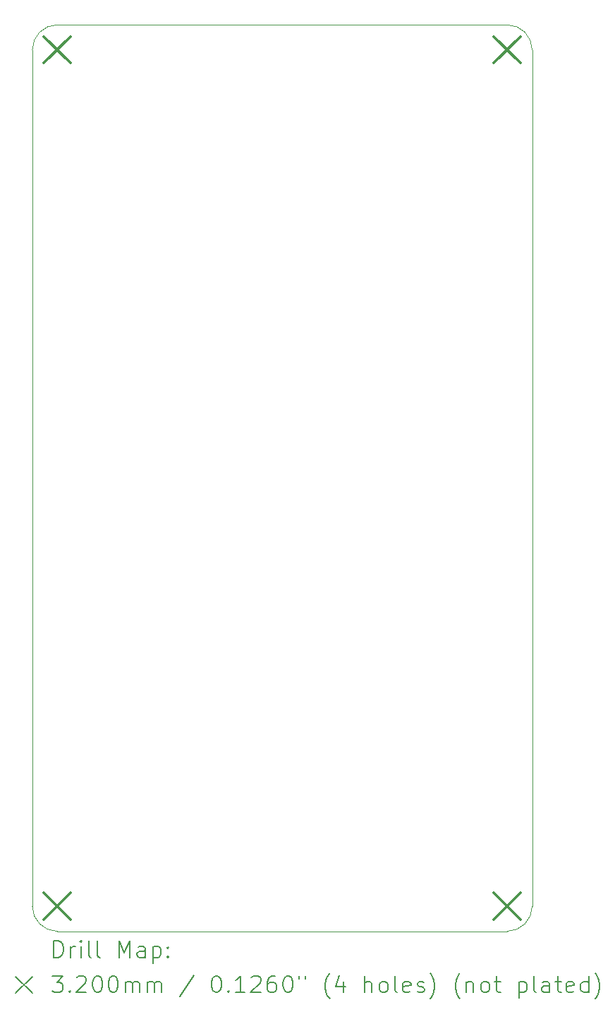
<source format=gbr>
%TF.GenerationSoftware,KiCad,Pcbnew,8.0.4*%
%TF.CreationDate,2025-01-23T14:04:12+11:00*%
%TF.ProjectId,Rotating_Cube_Shelf_2,526f7461-7469-46e6-975f-437562655f53,rev?*%
%TF.SameCoordinates,Original*%
%TF.FileFunction,Drillmap*%
%TF.FilePolarity,Positive*%
%FSLAX45Y45*%
G04 Gerber Fmt 4.5, Leading zero omitted, Abs format (unit mm)*
G04 Created by KiCad (PCBNEW 8.0.4) date 2025-01-23 14:04:12*
%MOMM*%
%LPD*%
G01*
G04 APERTURE LIST*
%ADD10C,0.050000*%
%ADD11C,0.200000*%
%ADD12C,0.320000*%
G04 APERTURE END LIST*
D10*
X-3000000Y4700000D02*
G75*
G02*
X-2700000Y5000000I300000J0D01*
G01*
X2700000Y5000000D02*
G75*
G02*
X3000000Y4700000I0J-300000D01*
G01*
X-2700000Y5000000D02*
X2700000Y5000000D01*
X-2700000Y-5875000D02*
G75*
G02*
X-3000000Y-5575000I0J300000D01*
G01*
X2700000Y-5875000D02*
X-2700000Y-5875000D01*
X3000000Y4700000D02*
X3000000Y-5575000D01*
X3000000Y-5575000D02*
G75*
G02*
X2700000Y-5875000I-300000J0D01*
G01*
X-3000000Y-5575000D02*
X-3000000Y4700000D01*
D11*
D12*
X-2860000Y4860000D02*
X-2540000Y4540000D01*
X-2540000Y4860000D02*
X-2860000Y4540000D01*
X-2860000Y-5415000D02*
X-2540000Y-5735000D01*
X-2540000Y-5415000D02*
X-2860000Y-5735000D01*
X2540000Y4860000D02*
X2860000Y4540000D01*
X2860000Y4860000D02*
X2540000Y4540000D01*
X2540000Y-5415000D02*
X2860000Y-5735000D01*
X2860000Y-5415000D02*
X2540000Y-5735000D01*
D11*
X-2741723Y-6188984D02*
X-2741723Y-5988984D01*
X-2741723Y-5988984D02*
X-2694104Y-5988984D01*
X-2694104Y-5988984D02*
X-2665533Y-5998508D01*
X-2665533Y-5998508D02*
X-2646485Y-6017555D01*
X-2646485Y-6017555D02*
X-2636961Y-6036603D01*
X-2636961Y-6036603D02*
X-2627437Y-6074698D01*
X-2627437Y-6074698D02*
X-2627437Y-6103269D01*
X-2627437Y-6103269D02*
X-2636961Y-6141365D01*
X-2636961Y-6141365D02*
X-2646485Y-6160412D01*
X-2646485Y-6160412D02*
X-2665533Y-6179460D01*
X-2665533Y-6179460D02*
X-2694104Y-6188984D01*
X-2694104Y-6188984D02*
X-2741723Y-6188984D01*
X-2541723Y-6188984D02*
X-2541723Y-6055650D01*
X-2541723Y-6093746D02*
X-2532199Y-6074698D01*
X-2532199Y-6074698D02*
X-2522676Y-6065174D01*
X-2522676Y-6065174D02*
X-2503628Y-6055650D01*
X-2503628Y-6055650D02*
X-2484580Y-6055650D01*
X-2417914Y-6188984D02*
X-2417914Y-6055650D01*
X-2417914Y-5988984D02*
X-2427437Y-5998508D01*
X-2427437Y-5998508D02*
X-2417914Y-6008031D01*
X-2417914Y-6008031D02*
X-2408390Y-5998508D01*
X-2408390Y-5998508D02*
X-2417914Y-5988984D01*
X-2417914Y-5988984D02*
X-2417914Y-6008031D01*
X-2294104Y-6188984D02*
X-2313152Y-6179460D01*
X-2313152Y-6179460D02*
X-2322676Y-6160412D01*
X-2322676Y-6160412D02*
X-2322676Y-5988984D01*
X-2189342Y-6188984D02*
X-2208390Y-6179460D01*
X-2208390Y-6179460D02*
X-2217914Y-6160412D01*
X-2217914Y-6160412D02*
X-2217914Y-5988984D01*
X-1960771Y-6188984D02*
X-1960771Y-5988984D01*
X-1960771Y-5988984D02*
X-1894104Y-6131841D01*
X-1894104Y-6131841D02*
X-1827437Y-5988984D01*
X-1827437Y-5988984D02*
X-1827437Y-6188984D01*
X-1646485Y-6188984D02*
X-1646485Y-6084222D01*
X-1646485Y-6084222D02*
X-1656009Y-6065174D01*
X-1656009Y-6065174D02*
X-1675056Y-6055650D01*
X-1675056Y-6055650D02*
X-1713152Y-6055650D01*
X-1713152Y-6055650D02*
X-1732199Y-6065174D01*
X-1646485Y-6179460D02*
X-1665533Y-6188984D01*
X-1665533Y-6188984D02*
X-1713152Y-6188984D01*
X-1713152Y-6188984D02*
X-1732199Y-6179460D01*
X-1732199Y-6179460D02*
X-1741723Y-6160412D01*
X-1741723Y-6160412D02*
X-1741723Y-6141365D01*
X-1741723Y-6141365D02*
X-1732199Y-6122317D01*
X-1732199Y-6122317D02*
X-1713152Y-6112793D01*
X-1713152Y-6112793D02*
X-1665533Y-6112793D01*
X-1665533Y-6112793D02*
X-1646485Y-6103269D01*
X-1551247Y-6055650D02*
X-1551247Y-6255650D01*
X-1551247Y-6065174D02*
X-1532199Y-6055650D01*
X-1532199Y-6055650D02*
X-1494104Y-6055650D01*
X-1494104Y-6055650D02*
X-1475056Y-6065174D01*
X-1475056Y-6065174D02*
X-1465533Y-6074698D01*
X-1465533Y-6074698D02*
X-1456009Y-6093746D01*
X-1456009Y-6093746D02*
X-1456009Y-6150888D01*
X-1456009Y-6150888D02*
X-1465533Y-6169936D01*
X-1465533Y-6169936D02*
X-1475056Y-6179460D01*
X-1475056Y-6179460D02*
X-1494104Y-6188984D01*
X-1494104Y-6188984D02*
X-1532199Y-6188984D01*
X-1532199Y-6188984D02*
X-1551247Y-6179460D01*
X-1370295Y-6169936D02*
X-1360771Y-6179460D01*
X-1360771Y-6179460D02*
X-1370295Y-6188984D01*
X-1370295Y-6188984D02*
X-1379818Y-6179460D01*
X-1379818Y-6179460D02*
X-1370295Y-6169936D01*
X-1370295Y-6169936D02*
X-1370295Y-6188984D01*
X-1370295Y-6065174D02*
X-1360771Y-6074698D01*
X-1360771Y-6074698D02*
X-1370295Y-6084222D01*
X-1370295Y-6084222D02*
X-1379818Y-6074698D01*
X-1379818Y-6074698D02*
X-1370295Y-6065174D01*
X-1370295Y-6065174D02*
X-1370295Y-6084222D01*
X-3202500Y-6417500D02*
X-3002500Y-6617500D01*
X-3002500Y-6417500D02*
X-3202500Y-6617500D01*
X-2760771Y-6408984D02*
X-2636961Y-6408984D01*
X-2636961Y-6408984D02*
X-2703628Y-6485174D01*
X-2703628Y-6485174D02*
X-2675056Y-6485174D01*
X-2675056Y-6485174D02*
X-2656009Y-6494698D01*
X-2656009Y-6494698D02*
X-2646485Y-6504222D01*
X-2646485Y-6504222D02*
X-2636961Y-6523269D01*
X-2636961Y-6523269D02*
X-2636961Y-6570888D01*
X-2636961Y-6570888D02*
X-2646485Y-6589936D01*
X-2646485Y-6589936D02*
X-2656009Y-6599460D01*
X-2656009Y-6599460D02*
X-2675056Y-6608984D01*
X-2675056Y-6608984D02*
X-2732199Y-6608984D01*
X-2732199Y-6608984D02*
X-2751247Y-6599460D01*
X-2751247Y-6599460D02*
X-2760771Y-6589936D01*
X-2551247Y-6589936D02*
X-2541723Y-6599460D01*
X-2541723Y-6599460D02*
X-2551247Y-6608984D01*
X-2551247Y-6608984D02*
X-2560771Y-6599460D01*
X-2560771Y-6599460D02*
X-2551247Y-6589936D01*
X-2551247Y-6589936D02*
X-2551247Y-6608984D01*
X-2465533Y-6428031D02*
X-2456009Y-6418508D01*
X-2456009Y-6418508D02*
X-2436961Y-6408984D01*
X-2436961Y-6408984D02*
X-2389342Y-6408984D01*
X-2389342Y-6408984D02*
X-2370295Y-6418508D01*
X-2370295Y-6418508D02*
X-2360771Y-6428031D01*
X-2360771Y-6428031D02*
X-2351247Y-6447079D01*
X-2351247Y-6447079D02*
X-2351247Y-6466127D01*
X-2351247Y-6466127D02*
X-2360771Y-6494698D01*
X-2360771Y-6494698D02*
X-2475056Y-6608984D01*
X-2475056Y-6608984D02*
X-2351247Y-6608984D01*
X-2227437Y-6408984D02*
X-2208390Y-6408984D01*
X-2208390Y-6408984D02*
X-2189342Y-6418508D01*
X-2189342Y-6418508D02*
X-2179818Y-6428031D01*
X-2179818Y-6428031D02*
X-2170295Y-6447079D01*
X-2170295Y-6447079D02*
X-2160771Y-6485174D01*
X-2160771Y-6485174D02*
X-2160771Y-6532793D01*
X-2160771Y-6532793D02*
X-2170295Y-6570888D01*
X-2170295Y-6570888D02*
X-2179818Y-6589936D01*
X-2179818Y-6589936D02*
X-2189342Y-6599460D01*
X-2189342Y-6599460D02*
X-2208390Y-6608984D01*
X-2208390Y-6608984D02*
X-2227437Y-6608984D01*
X-2227437Y-6608984D02*
X-2246485Y-6599460D01*
X-2246485Y-6599460D02*
X-2256009Y-6589936D01*
X-2256009Y-6589936D02*
X-2265533Y-6570888D01*
X-2265533Y-6570888D02*
X-2275056Y-6532793D01*
X-2275056Y-6532793D02*
X-2275056Y-6485174D01*
X-2275056Y-6485174D02*
X-2265533Y-6447079D01*
X-2265533Y-6447079D02*
X-2256009Y-6428031D01*
X-2256009Y-6428031D02*
X-2246485Y-6418508D01*
X-2246485Y-6418508D02*
X-2227437Y-6408984D01*
X-2036961Y-6408984D02*
X-2017913Y-6408984D01*
X-2017913Y-6408984D02*
X-1998866Y-6418508D01*
X-1998866Y-6418508D02*
X-1989342Y-6428031D01*
X-1989342Y-6428031D02*
X-1979818Y-6447079D01*
X-1979818Y-6447079D02*
X-1970294Y-6485174D01*
X-1970294Y-6485174D02*
X-1970294Y-6532793D01*
X-1970294Y-6532793D02*
X-1979818Y-6570888D01*
X-1979818Y-6570888D02*
X-1989342Y-6589936D01*
X-1989342Y-6589936D02*
X-1998866Y-6599460D01*
X-1998866Y-6599460D02*
X-2017913Y-6608984D01*
X-2017913Y-6608984D02*
X-2036961Y-6608984D01*
X-2036961Y-6608984D02*
X-2056009Y-6599460D01*
X-2056009Y-6599460D02*
X-2065533Y-6589936D01*
X-2065533Y-6589936D02*
X-2075056Y-6570888D01*
X-2075056Y-6570888D02*
X-2084580Y-6532793D01*
X-2084580Y-6532793D02*
X-2084580Y-6485174D01*
X-2084580Y-6485174D02*
X-2075056Y-6447079D01*
X-2075056Y-6447079D02*
X-2065533Y-6428031D01*
X-2065533Y-6428031D02*
X-2056009Y-6418508D01*
X-2056009Y-6418508D02*
X-2036961Y-6408984D01*
X-1884580Y-6608984D02*
X-1884580Y-6475650D01*
X-1884580Y-6494698D02*
X-1875056Y-6485174D01*
X-1875056Y-6485174D02*
X-1856009Y-6475650D01*
X-1856009Y-6475650D02*
X-1827437Y-6475650D01*
X-1827437Y-6475650D02*
X-1808390Y-6485174D01*
X-1808390Y-6485174D02*
X-1798866Y-6504222D01*
X-1798866Y-6504222D02*
X-1798866Y-6608984D01*
X-1798866Y-6504222D02*
X-1789342Y-6485174D01*
X-1789342Y-6485174D02*
X-1770294Y-6475650D01*
X-1770294Y-6475650D02*
X-1741723Y-6475650D01*
X-1741723Y-6475650D02*
X-1722675Y-6485174D01*
X-1722675Y-6485174D02*
X-1713152Y-6504222D01*
X-1713152Y-6504222D02*
X-1713152Y-6608984D01*
X-1617913Y-6608984D02*
X-1617913Y-6475650D01*
X-1617913Y-6494698D02*
X-1608390Y-6485174D01*
X-1608390Y-6485174D02*
X-1589342Y-6475650D01*
X-1589342Y-6475650D02*
X-1560771Y-6475650D01*
X-1560771Y-6475650D02*
X-1541723Y-6485174D01*
X-1541723Y-6485174D02*
X-1532199Y-6504222D01*
X-1532199Y-6504222D02*
X-1532199Y-6608984D01*
X-1532199Y-6504222D02*
X-1522675Y-6485174D01*
X-1522675Y-6485174D02*
X-1503628Y-6475650D01*
X-1503628Y-6475650D02*
X-1475056Y-6475650D01*
X-1475056Y-6475650D02*
X-1456009Y-6485174D01*
X-1456009Y-6485174D02*
X-1446485Y-6504222D01*
X-1446485Y-6504222D02*
X-1446485Y-6608984D01*
X-1056009Y-6399460D02*
X-1227437Y-6656603D01*
X-798866Y-6408984D02*
X-779818Y-6408984D01*
X-779818Y-6408984D02*
X-760770Y-6418508D01*
X-760770Y-6418508D02*
X-751247Y-6428031D01*
X-751247Y-6428031D02*
X-741723Y-6447079D01*
X-741723Y-6447079D02*
X-732199Y-6485174D01*
X-732199Y-6485174D02*
X-732199Y-6532793D01*
X-732199Y-6532793D02*
X-741723Y-6570888D01*
X-741723Y-6570888D02*
X-751247Y-6589936D01*
X-751247Y-6589936D02*
X-760770Y-6599460D01*
X-760770Y-6599460D02*
X-779818Y-6608984D01*
X-779818Y-6608984D02*
X-798866Y-6608984D01*
X-798866Y-6608984D02*
X-817913Y-6599460D01*
X-817913Y-6599460D02*
X-827437Y-6589936D01*
X-827437Y-6589936D02*
X-836961Y-6570888D01*
X-836961Y-6570888D02*
X-846485Y-6532793D01*
X-846485Y-6532793D02*
X-846485Y-6485174D01*
X-846485Y-6485174D02*
X-836961Y-6447079D01*
X-836961Y-6447079D02*
X-827437Y-6428031D01*
X-827437Y-6428031D02*
X-817913Y-6418508D01*
X-817913Y-6418508D02*
X-798866Y-6408984D01*
X-646485Y-6589936D02*
X-636961Y-6599460D01*
X-636961Y-6599460D02*
X-646485Y-6608984D01*
X-646485Y-6608984D02*
X-656009Y-6599460D01*
X-656009Y-6599460D02*
X-646485Y-6589936D01*
X-646485Y-6589936D02*
X-646485Y-6608984D01*
X-446485Y-6608984D02*
X-560771Y-6608984D01*
X-503628Y-6608984D02*
X-503628Y-6408984D01*
X-503628Y-6408984D02*
X-522675Y-6437555D01*
X-522675Y-6437555D02*
X-541723Y-6456603D01*
X-541723Y-6456603D02*
X-560771Y-6466127D01*
X-370294Y-6428031D02*
X-360770Y-6418508D01*
X-360770Y-6418508D02*
X-341723Y-6408984D01*
X-341723Y-6408984D02*
X-294104Y-6408984D01*
X-294104Y-6408984D02*
X-275056Y-6418508D01*
X-275056Y-6418508D02*
X-265532Y-6428031D01*
X-265532Y-6428031D02*
X-256009Y-6447079D01*
X-256009Y-6447079D02*
X-256009Y-6466127D01*
X-256009Y-6466127D02*
X-265532Y-6494698D01*
X-265532Y-6494698D02*
X-379818Y-6608984D01*
X-379818Y-6608984D02*
X-256009Y-6608984D01*
X-84580Y-6408984D02*
X-122675Y-6408984D01*
X-122675Y-6408984D02*
X-141723Y-6418508D01*
X-141723Y-6418508D02*
X-151247Y-6428031D01*
X-151247Y-6428031D02*
X-170294Y-6456603D01*
X-170294Y-6456603D02*
X-179818Y-6494698D01*
X-179818Y-6494698D02*
X-179818Y-6570888D01*
X-179818Y-6570888D02*
X-170294Y-6589936D01*
X-170294Y-6589936D02*
X-160771Y-6599460D01*
X-160771Y-6599460D02*
X-141723Y-6608984D01*
X-141723Y-6608984D02*
X-103628Y-6608984D01*
X-103628Y-6608984D02*
X-84580Y-6599460D01*
X-84580Y-6599460D02*
X-75056Y-6589936D01*
X-75056Y-6589936D02*
X-65532Y-6570888D01*
X-65532Y-6570888D02*
X-65532Y-6523269D01*
X-65532Y-6523269D02*
X-75056Y-6504222D01*
X-75056Y-6504222D02*
X-84580Y-6494698D01*
X-84580Y-6494698D02*
X-103628Y-6485174D01*
X-103628Y-6485174D02*
X-141723Y-6485174D01*
X-141723Y-6485174D02*
X-160771Y-6494698D01*
X-160771Y-6494698D02*
X-170294Y-6504222D01*
X-170294Y-6504222D02*
X-179818Y-6523269D01*
X58277Y-6408984D02*
X77325Y-6408984D01*
X77325Y-6408984D02*
X96372Y-6418508D01*
X96372Y-6418508D02*
X105896Y-6428031D01*
X105896Y-6428031D02*
X115420Y-6447079D01*
X115420Y-6447079D02*
X124944Y-6485174D01*
X124944Y-6485174D02*
X124944Y-6532793D01*
X124944Y-6532793D02*
X115420Y-6570888D01*
X115420Y-6570888D02*
X105896Y-6589936D01*
X105896Y-6589936D02*
X96372Y-6599460D01*
X96372Y-6599460D02*
X77325Y-6608984D01*
X77325Y-6608984D02*
X58277Y-6608984D01*
X58277Y-6608984D02*
X39229Y-6599460D01*
X39229Y-6599460D02*
X29706Y-6589936D01*
X29706Y-6589936D02*
X20182Y-6570888D01*
X20182Y-6570888D02*
X10658Y-6532793D01*
X10658Y-6532793D02*
X10658Y-6485174D01*
X10658Y-6485174D02*
X20182Y-6447079D01*
X20182Y-6447079D02*
X29706Y-6428031D01*
X29706Y-6428031D02*
X39229Y-6418508D01*
X39229Y-6418508D02*
X58277Y-6408984D01*
X201134Y-6408984D02*
X201134Y-6447079D01*
X277325Y-6408984D02*
X277325Y-6447079D01*
X572563Y-6685174D02*
X563039Y-6675650D01*
X563039Y-6675650D02*
X543991Y-6647079D01*
X543991Y-6647079D02*
X534468Y-6628031D01*
X534468Y-6628031D02*
X524944Y-6599460D01*
X524944Y-6599460D02*
X515420Y-6551841D01*
X515420Y-6551841D02*
X515420Y-6513746D01*
X515420Y-6513746D02*
X524944Y-6466127D01*
X524944Y-6466127D02*
X534468Y-6437555D01*
X534468Y-6437555D02*
X543991Y-6418508D01*
X543991Y-6418508D02*
X563039Y-6389936D01*
X563039Y-6389936D02*
X572563Y-6380412D01*
X734468Y-6475650D02*
X734468Y-6608984D01*
X686849Y-6399460D02*
X639230Y-6542317D01*
X639230Y-6542317D02*
X763039Y-6542317D01*
X991610Y-6608984D02*
X991610Y-6408984D01*
X1077325Y-6608984D02*
X1077325Y-6504222D01*
X1077325Y-6504222D02*
X1067801Y-6485174D01*
X1067801Y-6485174D02*
X1048753Y-6475650D01*
X1048753Y-6475650D02*
X1020182Y-6475650D01*
X1020182Y-6475650D02*
X1001134Y-6485174D01*
X1001134Y-6485174D02*
X991610Y-6494698D01*
X1201134Y-6608984D02*
X1182087Y-6599460D01*
X1182087Y-6599460D02*
X1172563Y-6589936D01*
X1172563Y-6589936D02*
X1163039Y-6570888D01*
X1163039Y-6570888D02*
X1163039Y-6513746D01*
X1163039Y-6513746D02*
X1172563Y-6494698D01*
X1172563Y-6494698D02*
X1182087Y-6485174D01*
X1182087Y-6485174D02*
X1201134Y-6475650D01*
X1201134Y-6475650D02*
X1229706Y-6475650D01*
X1229706Y-6475650D02*
X1248753Y-6485174D01*
X1248753Y-6485174D02*
X1258277Y-6494698D01*
X1258277Y-6494698D02*
X1267801Y-6513746D01*
X1267801Y-6513746D02*
X1267801Y-6570888D01*
X1267801Y-6570888D02*
X1258277Y-6589936D01*
X1258277Y-6589936D02*
X1248753Y-6599460D01*
X1248753Y-6599460D02*
X1229706Y-6608984D01*
X1229706Y-6608984D02*
X1201134Y-6608984D01*
X1382087Y-6608984D02*
X1363039Y-6599460D01*
X1363039Y-6599460D02*
X1353515Y-6580412D01*
X1353515Y-6580412D02*
X1353515Y-6408984D01*
X1534468Y-6599460D02*
X1515420Y-6608984D01*
X1515420Y-6608984D02*
X1477325Y-6608984D01*
X1477325Y-6608984D02*
X1458277Y-6599460D01*
X1458277Y-6599460D02*
X1448753Y-6580412D01*
X1448753Y-6580412D02*
X1448753Y-6504222D01*
X1448753Y-6504222D02*
X1458277Y-6485174D01*
X1458277Y-6485174D02*
X1477325Y-6475650D01*
X1477325Y-6475650D02*
X1515420Y-6475650D01*
X1515420Y-6475650D02*
X1534468Y-6485174D01*
X1534468Y-6485174D02*
X1543991Y-6504222D01*
X1543991Y-6504222D02*
X1543991Y-6523269D01*
X1543991Y-6523269D02*
X1448753Y-6542317D01*
X1620182Y-6599460D02*
X1639230Y-6608984D01*
X1639230Y-6608984D02*
X1677325Y-6608984D01*
X1677325Y-6608984D02*
X1696372Y-6599460D01*
X1696372Y-6599460D02*
X1705896Y-6580412D01*
X1705896Y-6580412D02*
X1705896Y-6570888D01*
X1705896Y-6570888D02*
X1696372Y-6551841D01*
X1696372Y-6551841D02*
X1677325Y-6542317D01*
X1677325Y-6542317D02*
X1648753Y-6542317D01*
X1648753Y-6542317D02*
X1629706Y-6532793D01*
X1629706Y-6532793D02*
X1620182Y-6513746D01*
X1620182Y-6513746D02*
X1620182Y-6504222D01*
X1620182Y-6504222D02*
X1629706Y-6485174D01*
X1629706Y-6485174D02*
X1648753Y-6475650D01*
X1648753Y-6475650D02*
X1677325Y-6475650D01*
X1677325Y-6475650D02*
X1696372Y-6485174D01*
X1772563Y-6685174D02*
X1782087Y-6675650D01*
X1782087Y-6675650D02*
X1801134Y-6647079D01*
X1801134Y-6647079D02*
X1810658Y-6628031D01*
X1810658Y-6628031D02*
X1820182Y-6599460D01*
X1820182Y-6599460D02*
X1829706Y-6551841D01*
X1829706Y-6551841D02*
X1829706Y-6513746D01*
X1829706Y-6513746D02*
X1820182Y-6466127D01*
X1820182Y-6466127D02*
X1810658Y-6437555D01*
X1810658Y-6437555D02*
X1801134Y-6418508D01*
X1801134Y-6418508D02*
X1782087Y-6389936D01*
X1782087Y-6389936D02*
X1772563Y-6380412D01*
X2134468Y-6685174D02*
X2124944Y-6675650D01*
X2124944Y-6675650D02*
X2105896Y-6647079D01*
X2105896Y-6647079D02*
X2096372Y-6628031D01*
X2096372Y-6628031D02*
X2086849Y-6599460D01*
X2086849Y-6599460D02*
X2077325Y-6551841D01*
X2077325Y-6551841D02*
X2077325Y-6513746D01*
X2077325Y-6513746D02*
X2086849Y-6466127D01*
X2086849Y-6466127D02*
X2096372Y-6437555D01*
X2096372Y-6437555D02*
X2105896Y-6418508D01*
X2105896Y-6418508D02*
X2124944Y-6389936D01*
X2124944Y-6389936D02*
X2134468Y-6380412D01*
X2210658Y-6475650D02*
X2210658Y-6608984D01*
X2210658Y-6494698D02*
X2220182Y-6485174D01*
X2220182Y-6485174D02*
X2239230Y-6475650D01*
X2239230Y-6475650D02*
X2267801Y-6475650D01*
X2267801Y-6475650D02*
X2286849Y-6485174D01*
X2286849Y-6485174D02*
X2296373Y-6504222D01*
X2296373Y-6504222D02*
X2296373Y-6608984D01*
X2420182Y-6608984D02*
X2401134Y-6599460D01*
X2401134Y-6599460D02*
X2391611Y-6589936D01*
X2391611Y-6589936D02*
X2382087Y-6570888D01*
X2382087Y-6570888D02*
X2382087Y-6513746D01*
X2382087Y-6513746D02*
X2391611Y-6494698D01*
X2391611Y-6494698D02*
X2401134Y-6485174D01*
X2401134Y-6485174D02*
X2420182Y-6475650D01*
X2420182Y-6475650D02*
X2448754Y-6475650D01*
X2448754Y-6475650D02*
X2467801Y-6485174D01*
X2467801Y-6485174D02*
X2477325Y-6494698D01*
X2477325Y-6494698D02*
X2486849Y-6513746D01*
X2486849Y-6513746D02*
X2486849Y-6570888D01*
X2486849Y-6570888D02*
X2477325Y-6589936D01*
X2477325Y-6589936D02*
X2467801Y-6599460D01*
X2467801Y-6599460D02*
X2448754Y-6608984D01*
X2448754Y-6608984D02*
X2420182Y-6608984D01*
X2543992Y-6475650D02*
X2620182Y-6475650D01*
X2572563Y-6408984D02*
X2572563Y-6580412D01*
X2572563Y-6580412D02*
X2582087Y-6599460D01*
X2582087Y-6599460D02*
X2601134Y-6608984D01*
X2601134Y-6608984D02*
X2620182Y-6608984D01*
X2839230Y-6475650D02*
X2839230Y-6675650D01*
X2839230Y-6485174D02*
X2858277Y-6475650D01*
X2858277Y-6475650D02*
X2896373Y-6475650D01*
X2896373Y-6475650D02*
X2915420Y-6485174D01*
X2915420Y-6485174D02*
X2924944Y-6494698D01*
X2924944Y-6494698D02*
X2934468Y-6513746D01*
X2934468Y-6513746D02*
X2934468Y-6570888D01*
X2934468Y-6570888D02*
X2924944Y-6589936D01*
X2924944Y-6589936D02*
X2915420Y-6599460D01*
X2915420Y-6599460D02*
X2896373Y-6608984D01*
X2896373Y-6608984D02*
X2858277Y-6608984D01*
X2858277Y-6608984D02*
X2839230Y-6599460D01*
X3048753Y-6608984D02*
X3029706Y-6599460D01*
X3029706Y-6599460D02*
X3020182Y-6580412D01*
X3020182Y-6580412D02*
X3020182Y-6408984D01*
X3210658Y-6608984D02*
X3210658Y-6504222D01*
X3210658Y-6504222D02*
X3201134Y-6485174D01*
X3201134Y-6485174D02*
X3182087Y-6475650D01*
X3182087Y-6475650D02*
X3143992Y-6475650D01*
X3143992Y-6475650D02*
X3124944Y-6485174D01*
X3210658Y-6599460D02*
X3191611Y-6608984D01*
X3191611Y-6608984D02*
X3143992Y-6608984D01*
X3143992Y-6608984D02*
X3124944Y-6599460D01*
X3124944Y-6599460D02*
X3115420Y-6580412D01*
X3115420Y-6580412D02*
X3115420Y-6561365D01*
X3115420Y-6561365D02*
X3124944Y-6542317D01*
X3124944Y-6542317D02*
X3143992Y-6532793D01*
X3143992Y-6532793D02*
X3191611Y-6532793D01*
X3191611Y-6532793D02*
X3210658Y-6523269D01*
X3277325Y-6475650D02*
X3353515Y-6475650D01*
X3305896Y-6408984D02*
X3305896Y-6580412D01*
X3305896Y-6580412D02*
X3315420Y-6599460D01*
X3315420Y-6599460D02*
X3334468Y-6608984D01*
X3334468Y-6608984D02*
X3353515Y-6608984D01*
X3496373Y-6599460D02*
X3477325Y-6608984D01*
X3477325Y-6608984D02*
X3439230Y-6608984D01*
X3439230Y-6608984D02*
X3420182Y-6599460D01*
X3420182Y-6599460D02*
X3410658Y-6580412D01*
X3410658Y-6580412D02*
X3410658Y-6504222D01*
X3410658Y-6504222D02*
X3420182Y-6485174D01*
X3420182Y-6485174D02*
X3439230Y-6475650D01*
X3439230Y-6475650D02*
X3477325Y-6475650D01*
X3477325Y-6475650D02*
X3496373Y-6485174D01*
X3496373Y-6485174D02*
X3505896Y-6504222D01*
X3505896Y-6504222D02*
X3505896Y-6523269D01*
X3505896Y-6523269D02*
X3410658Y-6542317D01*
X3677325Y-6608984D02*
X3677325Y-6408984D01*
X3677325Y-6599460D02*
X3658277Y-6608984D01*
X3658277Y-6608984D02*
X3620182Y-6608984D01*
X3620182Y-6608984D02*
X3601134Y-6599460D01*
X3601134Y-6599460D02*
X3591611Y-6589936D01*
X3591611Y-6589936D02*
X3582087Y-6570888D01*
X3582087Y-6570888D02*
X3582087Y-6513746D01*
X3582087Y-6513746D02*
X3591611Y-6494698D01*
X3591611Y-6494698D02*
X3601134Y-6485174D01*
X3601134Y-6485174D02*
X3620182Y-6475650D01*
X3620182Y-6475650D02*
X3658277Y-6475650D01*
X3658277Y-6475650D02*
X3677325Y-6485174D01*
X3753515Y-6685174D02*
X3763039Y-6675650D01*
X3763039Y-6675650D02*
X3782087Y-6647079D01*
X3782087Y-6647079D02*
X3791611Y-6628031D01*
X3791611Y-6628031D02*
X3801134Y-6599460D01*
X3801134Y-6599460D02*
X3810658Y-6551841D01*
X3810658Y-6551841D02*
X3810658Y-6513746D01*
X3810658Y-6513746D02*
X3801134Y-6466127D01*
X3801134Y-6466127D02*
X3791611Y-6437555D01*
X3791611Y-6437555D02*
X3782087Y-6418508D01*
X3782087Y-6418508D02*
X3763039Y-6389936D01*
X3763039Y-6389936D02*
X3753515Y-6380412D01*
M02*

</source>
